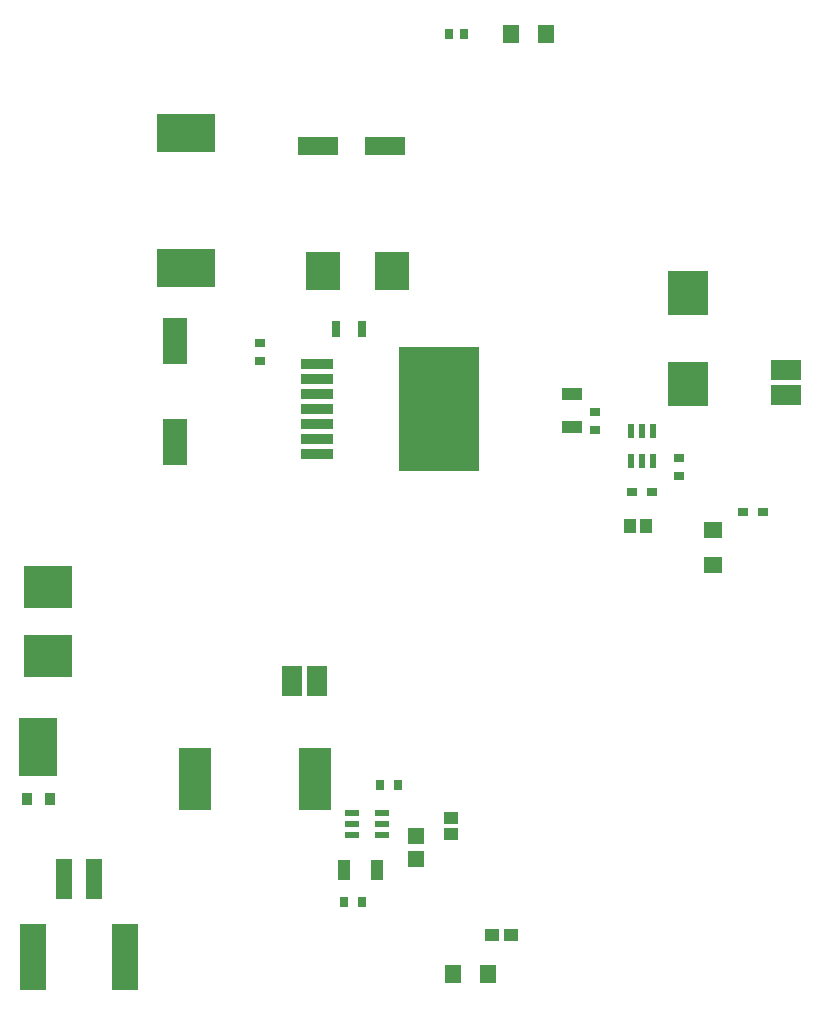
<source format=gtp>
%TF.GenerationSoftware,Altium Limited,Altium Designer,23.1.1 (15)*%
G04 Layer_Color=8421504*
%FSLAX25Y25*%
%MOIN*%
%TF.SameCoordinates,209943D4-F1A4-4043-803A-0C530BE15E34*%
%TF.FilePolarity,Positive*%
%TF.FileFunction,Paste,Top*%
%TF.Part,Single*%
G01*
G75*
%TA.AperFunction,SMDPad,CuDef*%
%ADD10R,0.03543X0.03937*%
%ADD11R,0.12598X0.19291*%
%ADD12R,0.04560X0.03985*%
%ADD13R,0.03543X0.03150*%
%ADD14R,0.16417X0.14055*%
%ADD15R,0.06299X0.05512*%
%ADD16R,0.05512X0.06299*%
%ADD17R,0.02613X0.03394*%
%ADD18R,0.09055X0.22047*%
%ADD19R,0.05512X0.13386*%
%ADD20R,0.26969X0.41339*%
%ADD21R,0.11024X0.03543*%
%ADD22R,0.19291X0.12795*%
%ADD23R,0.11024X0.20866*%
%ADD24R,0.13780X0.14961*%
%ADD25R,0.10261X0.06704*%
%ADD26R,0.06704X0.10261*%
%ADD27R,0.03150X0.03543*%
%ADD28R,0.04921X0.02362*%
%ADD29R,0.05756X0.05530*%
%ADD30R,0.05151X0.04352*%
%ADD31R,0.04213X0.07165*%
%ADD32R,0.13780X0.06299*%
%ADD33R,0.03543X0.03150*%
%ADD34R,0.08465X0.15748*%
%ADD35R,0.02977X0.05733*%
%ADD36R,0.11221X0.12598*%
%ADD37R,0.03937X0.05151*%
%ADD38R,0.02362X0.04921*%
%ADD39R,0.07165X0.04213*%
D10*
X-321772Y83268D02*
D03*
X-329410D02*
D03*
D11*
X-325590Y100394D02*
D03*
D12*
X-168218Y37795D02*
D03*
X-174533D02*
D03*
D13*
X-90748Y178740D02*
D03*
X-84055D02*
D03*
X-127756Y185433D02*
D03*
X-121063D02*
D03*
D14*
X-322441Y153937D02*
D03*
Y130709D02*
D03*
D15*
X-100787Y172835D02*
D03*
Y161024D02*
D03*
D16*
X-175591Y24803D02*
D03*
X-187402D02*
D03*
X-168110Y338189D02*
D03*
X-156299D02*
D03*
D17*
X-183627D02*
D03*
X-188583D02*
D03*
D18*
X-296654Y30512D02*
D03*
X-327362D02*
D03*
D19*
X-307087Y56496D02*
D03*
X-316929D02*
D03*
D20*
X-191929Y212992D02*
D03*
D21*
X-232677Y197992D02*
D03*
Y202992D02*
D03*
Y207992D02*
D03*
Y212992D02*
D03*
Y217992D02*
D03*
Y222992D02*
D03*
Y227992D02*
D03*
D22*
X-276378Y260236D02*
D03*
Y305118D02*
D03*
D23*
X-233328Y89764D02*
D03*
X-273486D02*
D03*
D24*
X-109055Y251772D02*
D03*
Y221457D02*
D03*
D25*
X-76378Y226184D02*
D03*
Y217911D02*
D03*
D26*
X-241008Y122441D02*
D03*
X-232735D02*
D03*
D27*
X-211675Y87795D02*
D03*
X-205769D02*
D03*
X-223683Y48819D02*
D03*
X-217777D02*
D03*
D28*
X-211084Y78543D02*
D03*
Y74803D02*
D03*
Y71063D02*
D03*
X-220927D02*
D03*
Y74803D02*
D03*
Y78543D02*
D03*
D29*
X-199864Y70672D02*
D03*
Y63186D02*
D03*
D30*
X-188053Y76679D02*
D03*
Y71353D02*
D03*
D31*
X-223643Y59352D02*
D03*
X-212777D02*
D03*
D32*
X-210236Y300787D02*
D03*
X-232283D02*
D03*
D33*
X-251575Y235039D02*
D03*
Y229134D02*
D03*
X-112205Y196653D02*
D03*
Y190748D02*
D03*
X-140157Y212008D02*
D03*
Y206102D02*
D03*
D34*
X-279921Y202165D02*
D03*
Y235630D02*
D03*
D35*
X-217815Y239764D02*
D03*
X-226279D02*
D03*
D36*
X-207677Y259055D02*
D03*
X-230906D02*
D03*
D37*
X-123021Y174016D02*
D03*
X-128347D02*
D03*
D38*
X-120669Y195866D02*
D03*
X-124409D02*
D03*
X-128150D02*
D03*
Y205709D02*
D03*
X-124409D02*
D03*
X-120669D02*
D03*
D39*
X-147835Y218032D02*
D03*
Y207165D02*
D03*
%TF.MD5,49c223ea9cb9d795aa4aa17c3766d236*%
M02*

</source>
